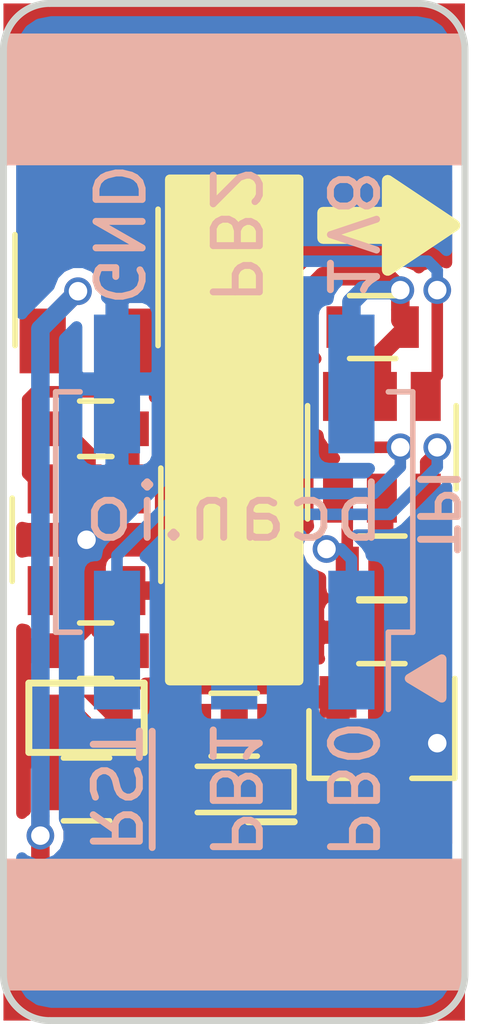
<source format=kicad_pcb>
(kicad_pcb (version 4) (host pcbnew 4.0.6)

  (general
    (links 34)
    (no_connects 6)
    (area 144.924999 88.924999 155.075001 111.075001)
    (thickness 1.6)
    (drawings 20)
    (tracks 126)
    (zones 0)
    (modules 16)
    (nets 15)
  )

  (page A4)
  (title_block
    (title "IR Beacon Board")
    (date 2017-04-28)
    (rev 2.0)
    (company "ECE 445")
  )

  (layers
    (0 F.Cu signal)
    (31 B.Cu signal)
    (32 B.Adhes user)
    (33 F.Adhes user)
    (34 B.Paste user)
    (35 F.Paste user)
    (36 B.SilkS user)
    (37 F.SilkS user)
    (38 B.Mask user)
    (39 F.Mask user)
    (40 Dwgs.User user)
    (41 Cmts.User user)
    (42 Eco1.User user)
    (43 Eco2.User user)
    (44 Edge.Cuts user)
    (45 Margin user)
    (46 B.CrtYd user)
    (47 F.CrtYd user)
    (48 B.Fab user hide)
    (49 F.Fab user hide)
  )

  (setup
    (last_trace_width 0.25)
    (trace_clearance 0.2)
    (zone_clearance 0.2)
    (zone_45_only yes)
    (trace_min 0.16)
    (segment_width 0.2)
    (edge_width 0.15)
    (via_size 0.6)
    (via_drill 0.4)
    (via_min_size 0.4)
    (via_min_drill 0.3)
    (uvia_size 0.3)
    (uvia_drill 0.1)
    (uvias_allowed no)
    (uvia_min_size 0.2)
    (uvia_min_drill 0.1)
    (pcb_text_width 0.3)
    (pcb_text_size 1.5 1.5)
    (mod_edge_width 0.15)
    (mod_text_size 1 1)
    (mod_text_width 0.15)
    (pad_size 3.5 10)
    (pad_drill 0)
    (pad_to_mask_clearance 0.2)
    (aux_axis_origin 0 0)
    (visible_elements FFFFFF7F)
    (pcbplotparams
      (layerselection 0x010f0_80000001)
      (usegerberextensions true)
      (excludeedgelayer true)
      (linewidth 0.100000)
      (plotframeref false)
      (viasonmask false)
      (mode 1)
      (useauxorigin false)
      (hpglpennumber 1)
      (hpglpenspeed 20)
      (hpglpendiameter 15)
      (hpglpenoverlay 2)
      (psnegative false)
      (psa4output false)
      (plotreference true)
      (plotvalue true)
      (plotinvisibletext false)
      (padsonsilk false)
      (subtractmaskfromsilk false)
      (outputformat 1)
      (mirror false)
      (drillshape 0)
      (scaleselection 1)
      (outputdirectory images))
  )

  (net 0 "")
  (net 1 GND)
  (net 2 "Net-(D1-Pad2)")
  (net 3 "Net-(D1-Pad1)")
  (net 4 "Net-(Q1-Pad1)")
  (net 5 /~RST)
  (net 6 "Net-(U2-Pad4)")
  (net 7 VCC)
  (net 8 /RAIL_L)
  (net 9 /RAIL_R)
  (net 10 +1V8)
  (net 11 /PB2)
  (net 12 /PB0)
  (net 13 /PB1)
  (net 14 "Net-(JP1-Pad1)")

  (net_class Default "This is the default net class."
    (clearance 0.2)
    (trace_width 0.25)
    (via_dia 0.6)
    (via_drill 0.4)
    (uvia_dia 0.3)
    (uvia_drill 0.1)
    (add_net /PB0)
    (add_net /PB1)
    (add_net /PB2)
    (add_net /~RST)
    (add_net "Net-(Q1-Pad1)")
    (add_net "Net-(U2-Pad4)")
  )

  (net_class Power ""
    (clearance 0.2)
    (trace_width 0.4)
    (via_dia 0.6)
    (via_drill 0.4)
    (uvia_dia 0.3)
    (uvia_drill 0.1)
    (add_net +1V8)
    (add_net /RAIL_L)
    (add_net /RAIL_R)
    (add_net GND)
    (add_net "Net-(D1-Pad1)")
    (add_net "Net-(D1-Pad2)")
    (add_net "Net-(JP1-Pad1)")
    (add_net VCC)
  )

  (net_class Tight ""
    (clearance 0.2)
    (trace_width 0.2)
    (via_dia 0.5)
    (via_drill 0.3)
    (uvia_dia 0.3)
    (uvia_drill 0.1)
  )

  (module Capacitors_SMD:C_0603 (layer F.Cu) (tedit 5902B607) (tstamp 58C5DD65)
    (at 147 103 180)
    (descr "Capacitor SMD 0603, reflow soldering, AVX (see smccp.pdf)")
    (tags "capacitor 0603")
    (path /59017DF4)
    (attr smd)
    (fp_text reference C2 (at 0 0 270) (layer F.SilkS) hide
      (effects (font (size 0.6 0.6) (thickness 0.1)))
    )
    (fp_text value 1u (at 0 1.5 180) (layer F.Fab)
      (effects (font (size 1 1) (thickness 0.15)))
    )
    (fp_text user %R (at 0 -1.5 180) (layer F.Fab)
      (effects (font (size 1 1) (thickness 0.15)))
    )
    (fp_line (start -0.8 0.4) (end -0.8 -0.4) (layer F.Fab) (width 0.1))
    (fp_line (start 0.8 0.4) (end -0.8 0.4) (layer F.Fab) (width 0.1))
    (fp_line (start 0.8 -0.4) (end 0.8 0.4) (layer F.Fab) (width 0.1))
    (fp_line (start -0.8 -0.4) (end 0.8 -0.4) (layer F.Fab) (width 0.1))
    (fp_line (start -0.35 -0.6) (end 0.35 -0.6) (layer F.SilkS) (width 0.12))
    (fp_line (start 0.35 0.6) (end -0.35 0.6) (layer F.SilkS) (width 0.12))
    (fp_line (start -1.4 -0.65) (end 1.4 -0.65) (layer F.CrtYd) (width 0.05))
    (fp_line (start -1.4 -0.65) (end -1.4 0.65) (layer F.CrtYd) (width 0.05))
    (fp_line (start 1.4 0.65) (end 1.4 -0.65) (layer F.CrtYd) (width 0.05))
    (fp_line (start 1.4 0.65) (end -1.4 0.65) (layer F.CrtYd) (width 0.05))
    (pad 1 smd rect (at -0.75 0 180) (size 0.8 0.75) (layers F.Cu F.Paste F.Mask)
      (net 10 +1V8))
    (pad 2 smd rect (at 0.75 0 180) (size 0.8 0.75) (layers F.Cu F.Paste F.Mask)
      (net 1 GND))
    (model Capacitors_SMD.3dshapes/C_0603.wrl
      (at (xyz 0 0 0))
      (scale (xyz 1 1 1))
      (rotate (xyz 0 0 0))
    )
  )

  (module Resistors_SMD:R_0603 (layer F.Cu) (tedit 5902B600) (tstamp 58C5DD79)
    (at 146.8 106)
    (descr "Resistor SMD 0603, reflow soldering, Vishay (see dcrcw.pdf)")
    (tags "resistor 0603")
    (path /5902BC3D)
    (attr smd)
    (fp_text reference R4 (at 0 0 90) (layer F.SilkS) hide
      (effects (font (size 0.6 0.6) (thickness 0.1)))
    )
    (fp_text value 47 (at 0 1.5) (layer F.Fab)
      (effects (font (size 1 1) (thickness 0.15)))
    )
    (fp_text user %R (at 0 -1.45) (layer F.Fab)
      (effects (font (size 1 1) (thickness 0.15)))
    )
    (fp_line (start -0.8 0.4) (end -0.8 -0.4) (layer F.Fab) (width 0.1))
    (fp_line (start 0.8 0.4) (end -0.8 0.4) (layer F.Fab) (width 0.1))
    (fp_line (start 0.8 -0.4) (end 0.8 0.4) (layer F.Fab) (width 0.1))
    (fp_line (start -0.8 -0.4) (end 0.8 -0.4) (layer F.Fab) (width 0.1))
    (fp_line (start 0.5 0.68) (end -0.5 0.68) (layer F.SilkS) (width 0.12))
    (fp_line (start -0.5 -0.68) (end 0.5 -0.68) (layer F.SilkS) (width 0.12))
    (fp_line (start -1.25 -0.7) (end 1.25 -0.7) (layer F.CrtYd) (width 0.05))
    (fp_line (start -1.25 -0.7) (end -1.25 0.7) (layer F.CrtYd) (width 0.05))
    (fp_line (start 1.25 0.7) (end 1.25 -0.7) (layer F.CrtYd) (width 0.05))
    (fp_line (start 1.25 0.7) (end -1.25 0.7) (layer F.CrtYd) (width 0.05))
    (pad 1 smd rect (at -0.75 0) (size 0.5 0.9) (layers F.Cu F.Paste F.Mask)
      (net 14 "Net-(JP1-Pad1)"))
    (pad 2 smd rect (at 0.75 0) (size 0.5 0.9) (layers F.Cu F.Paste F.Mask)
      (net 2 "Net-(D1-Pad2)"))
    (model Resistors_SMD.3dshapes/R_0603.wrl
      (at (xyz 0 0 0))
      (scale (xyz 1 1 1))
      (rotate (xyz 0 0 0))
    )
  )

  (module Resistors_SMD:R_0603 (layer F.Cu) (tedit 5902B60E) (tstamp 58C5DD7E)
    (at 150 104.6)
    (descr "Resistor SMD 0603, reflow soldering, Vishay (see dcrcw.pdf)")
    (tags "resistor 0603")
    (path /5902BB8D)
    (attr smd)
    (fp_text reference R5 (at 0 0 90) (layer F.SilkS) hide
      (effects (font (size 0.6 0.6) (thickness 0.1)))
    )
    (fp_text value R (at 0 1.5) (layer F.Fab)
      (effects (font (size 1 1) (thickness 0.15)))
    )
    (fp_text user %R (at 0 -1.45) (layer F.Fab)
      (effects (font (size 1 1) (thickness 0.15)))
    )
    (fp_line (start -0.8 0.4) (end -0.8 -0.4) (layer F.Fab) (width 0.1))
    (fp_line (start 0.8 0.4) (end -0.8 0.4) (layer F.Fab) (width 0.1))
    (fp_line (start 0.8 -0.4) (end 0.8 0.4) (layer F.Fab) (width 0.1))
    (fp_line (start -0.8 -0.4) (end 0.8 -0.4) (layer F.Fab) (width 0.1))
    (fp_line (start 0.5 0.68) (end -0.5 0.68) (layer F.SilkS) (width 0.12))
    (fp_line (start -0.5 -0.68) (end 0.5 -0.68) (layer F.SilkS) (width 0.12))
    (fp_line (start -1.25 -0.7) (end 1.25 -0.7) (layer F.CrtYd) (width 0.05))
    (fp_line (start -1.25 -0.7) (end -1.25 0.7) (layer F.CrtYd) (width 0.05))
    (fp_line (start 1.25 0.7) (end 1.25 -0.7) (layer F.CrtYd) (width 0.05))
    (fp_line (start 1.25 0.7) (end -1.25 0.7) (layer F.CrtYd) (width 0.05))
    (pad 1 smd rect (at -0.75 0) (size 0.5 0.9) (layers F.Cu F.Paste F.Mask)
      (net 2 "Net-(D1-Pad2)"))
    (pad 2 smd rect (at 0.75 0) (size 0.5 0.9) (layers F.Cu F.Paste F.Mask)
      (net 3 "Net-(D1-Pad1)"))
    (model Resistors_SMD.3dshapes/R_0603.wrl
      (at (xyz 0 0 0))
      (scale (xyz 1 1 1))
      (rotate (xyz 0 0 0))
    )
  )

  (module LEDs:LED_0603 (layer F.Cu) (tedit 58CB11E2) (tstamp 58AB3387)
    (at 150 106 180)
    (descr "LED 0603 smd package")
    (tags "LED led 0603 SMD smd SMT smt smdled SMDLED smtled SMTLED")
    (path /588C319B)
    (attr smd)
    (fp_text reference D1 (at 0 0 270) (layer F.SilkS) hide
      (effects (font (size 0.6 0.6) (thickness 0.1)))
    )
    (fp_text value IR (at 0 1.35 180) (layer F.Fab)
      (effects (font (size 1 1) (thickness 0.15)))
    )
    (fp_line (start -1.3 -0.5) (end -1.3 0.5) (layer F.SilkS) (width 0.12))
    (fp_line (start -0.2 -0.2) (end -0.2 0.2) (layer F.Fab) (width 0.1))
    (fp_line (start -0.15 0) (end 0.15 -0.2) (layer F.Fab) (width 0.1))
    (fp_line (start 0.15 0.2) (end -0.15 0) (layer F.Fab) (width 0.1))
    (fp_line (start 0.15 -0.2) (end 0.15 0.2) (layer F.Fab) (width 0.1))
    (fp_line (start 0.8 0.4) (end -0.8 0.4) (layer F.Fab) (width 0.1))
    (fp_line (start 0.8 -0.4) (end 0.8 0.4) (layer F.Fab) (width 0.1))
    (fp_line (start -0.8 -0.4) (end 0.8 -0.4) (layer F.Fab) (width 0.1))
    (fp_line (start -0.8 0.4) (end -0.8 -0.4) (layer F.Fab) (width 0.1))
    (fp_line (start -1.3 0.5) (end 0.8 0.5) (layer F.SilkS) (width 0.12))
    (fp_line (start -1.3 -0.5) (end 0.8 -0.5) (layer F.SilkS) (width 0.12))
    (fp_line (start 1.45 -0.65) (end 1.45 0.65) (layer F.CrtYd) (width 0.05))
    (fp_line (start 1.45 0.65) (end -1.45 0.65) (layer F.CrtYd) (width 0.05))
    (fp_line (start -1.45 0.65) (end -1.45 -0.65) (layer F.CrtYd) (width 0.05))
    (fp_line (start -1.45 -0.65) (end 1.45 -0.65) (layer F.CrtYd) (width 0.05))
    (pad 2 smd rect (at 0.8 0) (size 0.8 0.8) (layers F.Cu F.Paste F.Mask)
      (net 2 "Net-(D1-Pad2)"))
    (pad 1 smd rect (at -0.8 0) (size 0.8 0.8) (layers F.Cu F.Paste F.Mask)
      (net 3 "Net-(D1-Pad1)"))
    (model LEDs.3dshapes/LED_0603.wrl
      (at (xyz 0 0 0))
      (scale (xyz 1 1 1))
      (rotate (xyz 0 0 180))
    )
  )

  (module TO_SOT_Packages_SMD:SOT-143 (layer F.Cu) (tedit 5902B620) (tstamp 58AB338F)
    (at 146.8 95.2 270)
    (descr SOT-143)
    (tags SOT-143)
    (path /58916D19)
    (attr smd)
    (fp_text reference D2 (at 0.25 0 360) (layer F.SilkS) hide
      (effects (font (size 0.6 0.6) (thickness 0.1)))
    )
    (fp_text value BAS4002A (at -0.28 2.48 270) (layer F.Fab)
      (effects (font (size 1 1) (thickness 0.15)))
    )
    (fp_line (start -1.2 1.55) (end 1.2 1.55) (layer F.SilkS) (width 0.12))
    (fp_line (start 1.2 -1.55) (end -1.75 -1.55) (layer F.SilkS) (width 0.12))
    (fp_line (start -1.2 -1) (end -0.7 -1.5) (layer F.Fab) (width 0.1))
    (fp_line (start -0.7 -1.5) (end 1.2 -1.5) (layer F.Fab) (width 0.1))
    (fp_line (start -1.2 1.5) (end -1.2 -1) (layer F.Fab) (width 0.1))
    (fp_line (start 1.2 1.5) (end -1.2 1.5) (layer F.Fab) (width 0.1))
    (fp_line (start 1.2 -1.5) (end 1.2 1.5) (layer F.Fab) (width 0.1))
    (fp_line (start 2.05 -1.75) (end 2.05 1.75) (layer F.CrtYd) (width 0.05))
    (fp_line (start 2.05 -1.75) (end -2.05 -1.75) (layer F.CrtYd) (width 0.05))
    (fp_line (start -2.05 1.75) (end 2.05 1.75) (layer F.CrtYd) (width 0.05))
    (fp_line (start -2.05 1.75) (end -2.05 -1.75) (layer F.CrtYd) (width 0.05))
    (pad 1 smd rect (at -1.1 -0.77 180) (size 1.2 1.4) (layers F.Cu F.Paste F.Mask)
      (net 1 GND))
    (pad 2 smd rect (at -1.1 0.95 180) (size 1 1.4) (layers F.Cu F.Paste F.Mask)
      (net 8 /RAIL_L))
    (pad 3 smd rect (at 1.1 0.95 180) (size 1 1.4) (layers F.Cu F.Paste F.Mask)
      (net 9 /RAIL_R))
    (pad 4 smd rect (at 1.1 -0.95 180) (size 1 1.4) (layers F.Cu F.Paste F.Mask)
      (net 7 VCC))
    (model TO_SOT_Packages_SMD.3dshapes/SOT-143.wrl
      (at (xyz 0 -0 0))
      (scale (xyz 1 1 1))
      (rotate (xyz 0 0 90))
    )
  )

  (module TO_SOT_Packages_SMD:SOT-23 (layer F.Cu) (tedit 5902B639) (tstamp 58AB3396)
    (at 153.2 105 270)
    (descr "SOT-23, Standard")
    (tags SOT-23)
    (path /589435EC)
    (attr smd)
    (fp_text reference Q1 (at 0 0 360) (layer F.SilkS) hide
      (effects (font (size 0.6 0.6) (thickness 0.1)))
    )
    (fp_text value BSS138 (at 0 2.5 270) (layer F.Fab)
      (effects (font (size 1 1) (thickness 0.15)))
    )
    (fp_line (start -0.7 -0.95) (end -0.7 1.5) (layer F.Fab) (width 0.1))
    (fp_line (start -0.15 -1.52) (end 0.7 -1.52) (layer F.Fab) (width 0.1))
    (fp_line (start -0.7 -0.95) (end -0.15 -1.52) (layer F.Fab) (width 0.1))
    (fp_line (start 0.7 -1.52) (end 0.7 1.52) (layer F.Fab) (width 0.1))
    (fp_line (start -0.7 1.52) (end 0.7 1.52) (layer F.Fab) (width 0.1))
    (fp_line (start 0.76 1.58) (end 0.76 0.65) (layer F.SilkS) (width 0.12))
    (fp_line (start 0.76 -1.58) (end 0.76 -0.65) (layer F.SilkS) (width 0.12))
    (fp_line (start -1.7 -1.75) (end 1.7 -1.75) (layer F.CrtYd) (width 0.05))
    (fp_line (start 1.7 -1.75) (end 1.7 1.75) (layer F.CrtYd) (width 0.05))
    (fp_line (start 1.7 1.75) (end -1.7 1.75) (layer F.CrtYd) (width 0.05))
    (fp_line (start -1.7 1.75) (end -1.7 -1.75) (layer F.CrtYd) (width 0.05))
    (fp_line (start 0.76 -1.58) (end -1.4 -1.58) (layer F.SilkS) (width 0.12))
    (fp_line (start 0.76 1.58) (end -0.7 1.58) (layer F.SilkS) (width 0.12))
    (pad 1 smd rect (at -1 -0.95 270) (size 0.9 0.8) (layers F.Cu F.Paste F.Mask)
      (net 4 "Net-(Q1-Pad1)"))
    (pad 2 smd rect (at -1 0.95 270) (size 0.9 0.8) (layers F.Cu F.Paste F.Mask)
      (net 1 GND))
    (pad 3 smd rect (at 1 0 270) (size 0.9 0.8) (layers F.Cu F.Paste F.Mask)
      (net 3 "Net-(D1-Pad1)"))
    (model TO_SOT_Packages_SMD.3dshapes/SOT-23.wrl
      (at (xyz 0 0 0))
      (scale (xyz 1 1 1))
      (rotate (xyz 0 0 90))
    )
  )

  (module TO_SOT_Packages_SMD:SOT-23-5 (layer F.Cu) (tedit 5902B636) (tstamp 58AB33C9)
    (at 146.8 100.6 270)
    (descr "5-pin SOT23 package")
    (tags SOT-23-5)
    (path /58AB0B0D)
    (attr smd)
    (fp_text reference U2 (at 0 0 360) (layer F.SilkS) hide
      (effects (font (size 0.6 0.6) (thickness 0.1)))
    )
    (fp_text value MIC5225-1.8YM5 (at 0 2.9 270) (layer F.Fab)
      (effects (font (size 1 1) (thickness 0.15)))
    )
    (fp_line (start -0.9 1.61) (end 0.9 1.61) (layer F.SilkS) (width 0.12))
    (fp_line (start 0.9 -1.61) (end -1.55 -1.61) (layer F.SilkS) (width 0.12))
    (fp_line (start -1.9 -1.8) (end 1.9 -1.8) (layer F.CrtYd) (width 0.05))
    (fp_line (start 1.9 -1.8) (end 1.9 1.8) (layer F.CrtYd) (width 0.05))
    (fp_line (start 1.9 1.8) (end -1.9 1.8) (layer F.CrtYd) (width 0.05))
    (fp_line (start -1.9 1.8) (end -1.9 -1.8) (layer F.CrtYd) (width 0.05))
    (fp_line (start -0.9 -0.9) (end -0.25 -1.55) (layer F.Fab) (width 0.1))
    (fp_line (start 0.9 -1.55) (end -0.25 -1.55) (layer F.Fab) (width 0.1))
    (fp_line (start -0.9 -0.9) (end -0.9 1.55) (layer F.Fab) (width 0.1))
    (fp_line (start 0.9 1.55) (end -0.9 1.55) (layer F.Fab) (width 0.1))
    (fp_line (start 0.9 -1.55) (end 0.9 1.55) (layer F.Fab) (width 0.1))
    (pad 1 smd rect (at -1.1 -0.95 270) (size 1.06 0.65) (layers F.Cu F.Paste F.Mask)
      (net 7 VCC))
    (pad 2 smd rect (at -1.1 0 270) (size 1.06 0.65) (layers F.Cu F.Paste F.Mask)
      (net 1 GND))
    (pad 3 smd rect (at -1.1 0.95 270) (size 1.06 0.65) (layers F.Cu F.Paste F.Mask)
      (net 7 VCC))
    (pad 4 smd rect (at 1.1 0.95 270) (size 1.06 0.65) (layers F.Cu F.Paste F.Mask)
      (net 6 "Net-(U2-Pad4)"))
    (pad 5 smd rect (at 1.1 -0.95 270) (size 1.06 0.65) (layers F.Cu F.Paste F.Mask)
      (net 10 +1V8))
    (model TO_SOT_Packages_SMD.3dshapes/SOT-23-5.wrl
      (at (xyz 0 0 0))
      (scale (xyz 1 1 1))
      (rotate (xyz 0 0 0))
    )
  )

  (module Capacitors_SMD:C_0603 (layer F.Cu) (tedit 5902B618) (tstamp 58C5DD60)
    (at 147 98.2 180)
    (descr "Capacitor SMD 0603, reflow soldering, AVX (see smccp.pdf)")
    (tags "capacitor 0603")
    (path /59017D8B)
    (attr smd)
    (fp_text reference C1 (at 0 0 270) (layer F.SilkS) hide
      (effects (font (size 0.6 0.6) (thickness 0.1)))
    )
    (fp_text value 10u (at 0 1.5 180) (layer F.Fab)
      (effects (font (size 1 1) (thickness 0.15)))
    )
    (fp_text user %R (at 0 -1.5 180) (layer F.Fab)
      (effects (font (size 1 1) (thickness 0.15)))
    )
    (fp_line (start -0.8 0.4) (end -0.8 -0.4) (layer F.Fab) (width 0.1))
    (fp_line (start 0.8 0.4) (end -0.8 0.4) (layer F.Fab) (width 0.1))
    (fp_line (start 0.8 -0.4) (end 0.8 0.4) (layer F.Fab) (width 0.1))
    (fp_line (start -0.8 -0.4) (end 0.8 -0.4) (layer F.Fab) (width 0.1))
    (fp_line (start -0.35 -0.6) (end 0.35 -0.6) (layer F.SilkS) (width 0.12))
    (fp_line (start 0.35 0.6) (end -0.35 0.6) (layer F.SilkS) (width 0.12))
    (fp_line (start -1.4 -0.65) (end 1.4 -0.65) (layer F.CrtYd) (width 0.05))
    (fp_line (start -1.4 -0.65) (end -1.4 0.65) (layer F.CrtYd) (width 0.05))
    (fp_line (start 1.4 0.65) (end 1.4 -0.65) (layer F.CrtYd) (width 0.05))
    (fp_line (start 1.4 0.65) (end -1.4 0.65) (layer F.CrtYd) (width 0.05))
    (pad 1 smd rect (at -0.75 0 180) (size 0.8 0.75) (layers F.Cu F.Paste F.Mask)
      (net 7 VCC))
    (pad 2 smd rect (at 0.75 0 180) (size 0.8 0.75) (layers F.Cu F.Paste F.Mask)
      (net 1 GND))
    (model Capacitors_SMD.3dshapes/C_0603.wrl
      (at (xyz 0 0 0))
      (scale (xyz 1 1 1))
      (rotate (xyz 0 0 0))
    )
  )

  (module Resistors_SMD:R_0603 (layer F.Cu) (tedit 5902B61D) (tstamp 58C5DD6A)
    (at 153 96 180)
    (descr "Resistor SMD 0603, reflow soldering, Vishay (see dcrcw.pdf)")
    (tags "resistor 0603")
    (path /59018AF1)
    (attr smd)
    (fp_text reference R1 (at 0 0 270) (layer F.SilkS) hide
      (effects (font (size 0.6 0.6) (thickness 0.1)))
    )
    (fp_text value 10k (at 0 1.5 180) (layer F.Fab)
      (effects (font (size 1 1) (thickness 0.15)))
    )
    (fp_text user %R (at 0 -1.45 180) (layer F.Fab)
      (effects (font (size 1 1) (thickness 0.15)))
    )
    (fp_line (start -0.8 0.4) (end -0.8 -0.4) (layer F.Fab) (width 0.1))
    (fp_line (start 0.8 0.4) (end -0.8 0.4) (layer F.Fab) (width 0.1))
    (fp_line (start 0.8 -0.4) (end 0.8 0.4) (layer F.Fab) (width 0.1))
    (fp_line (start -0.8 -0.4) (end 0.8 -0.4) (layer F.Fab) (width 0.1))
    (fp_line (start 0.5 0.68) (end -0.5 0.68) (layer F.SilkS) (width 0.12))
    (fp_line (start -0.5 -0.68) (end 0.5 -0.68) (layer F.SilkS) (width 0.12))
    (fp_line (start -1.25 -0.7) (end 1.25 -0.7) (layer F.CrtYd) (width 0.05))
    (fp_line (start -1.25 -0.7) (end -1.25 0.7) (layer F.CrtYd) (width 0.05))
    (fp_line (start 1.25 0.7) (end 1.25 -0.7) (layer F.CrtYd) (width 0.05))
    (fp_line (start 1.25 0.7) (end -1.25 0.7) (layer F.CrtYd) (width 0.05))
    (pad 1 smd rect (at -0.75 0 180) (size 0.5 0.9) (layers F.Cu F.Paste F.Mask)
      (net 10 +1V8))
    (pad 2 smd rect (at 0.75 0 180) (size 0.5 0.9) (layers F.Cu F.Paste F.Mask)
      (net 5 /~RST))
    (model Resistors_SMD.3dshapes/R_0603.wrl
      (at (xyz 0 0 0))
      (scale (xyz 1 1 1))
      (rotate (xyz 0 0 0))
    )
  )

  (module Resistors_SMD:R_0603 (layer F.Cu) (tedit 5902B615) (tstamp 58C5DD6F)
    (at 153.2 101.2)
    (descr "Resistor SMD 0603, reflow soldering, Vishay (see dcrcw.pdf)")
    (tags "resistor 0603")
    (path /5902B9E8)
    (attr smd)
    (fp_text reference R2 (at 0 0 90) (layer F.SilkS) hide
      (effects (font (size 0.6 0.6) (thickness 0.1)))
    )
    (fp_text value 100 (at 0 1.5) (layer F.Fab)
      (effects (font (size 1 1) (thickness 0.15)))
    )
    (fp_text user %R (at 0 -1.45) (layer F.Fab)
      (effects (font (size 1 1) (thickness 0.15)))
    )
    (fp_line (start -0.8 0.4) (end -0.8 -0.4) (layer F.Fab) (width 0.1))
    (fp_line (start 0.8 0.4) (end -0.8 0.4) (layer F.Fab) (width 0.1))
    (fp_line (start 0.8 -0.4) (end 0.8 0.4) (layer F.Fab) (width 0.1))
    (fp_line (start -0.8 -0.4) (end 0.8 -0.4) (layer F.Fab) (width 0.1))
    (fp_line (start 0.5 0.68) (end -0.5 0.68) (layer F.SilkS) (width 0.12))
    (fp_line (start -0.5 -0.68) (end 0.5 -0.68) (layer F.SilkS) (width 0.12))
    (fp_line (start -1.25 -0.7) (end 1.25 -0.7) (layer F.CrtYd) (width 0.05))
    (fp_line (start -1.25 -0.7) (end -1.25 0.7) (layer F.CrtYd) (width 0.05))
    (fp_line (start 1.25 0.7) (end 1.25 -0.7) (layer F.CrtYd) (width 0.05))
    (fp_line (start 1.25 0.7) (end -1.25 0.7) (layer F.CrtYd) (width 0.05))
    (pad 1 smd rect (at -0.75 0) (size 0.5 0.9) (layers F.Cu F.Paste F.Mask)
      (net 12 /PB0))
    (pad 2 smd rect (at 0.75 0) (size 0.5 0.9) (layers F.Cu F.Paste F.Mask)
      (net 4 "Net-(Q1-Pad1)"))
    (model Resistors_SMD.3dshapes/R_0603.wrl
      (at (xyz 0 0 0))
      (scale (xyz 1 1 1))
      (rotate (xyz 0 0 0))
    )
  )

  (module Resistors_SMD:R_0603 (layer F.Cu) (tedit 5902B612) (tstamp 58C5DD74)
    (at 153.2 102.6 180)
    (descr "Resistor SMD 0603, reflow soldering, Vishay (see dcrcw.pdf)")
    (tags "resistor 0603")
    (path /5902B922)
    (attr smd)
    (fp_text reference R3 (at 0 0 270) (layer F.SilkS) hide
      (effects (font (size 0.6 0.6) (thickness 0.1)))
    )
    (fp_text value 10k (at 0 1.5 180) (layer F.Fab)
      (effects (font (size 1 1) (thickness 0.15)))
    )
    (fp_text user %R (at 0 -1.45 180) (layer F.Fab)
      (effects (font (size 1 1) (thickness 0.15)))
    )
    (fp_line (start -0.8 0.4) (end -0.8 -0.4) (layer F.Fab) (width 0.1))
    (fp_line (start 0.8 0.4) (end -0.8 0.4) (layer F.Fab) (width 0.1))
    (fp_line (start 0.8 -0.4) (end 0.8 0.4) (layer F.Fab) (width 0.1))
    (fp_line (start -0.8 -0.4) (end 0.8 -0.4) (layer F.Fab) (width 0.1))
    (fp_line (start 0.5 0.68) (end -0.5 0.68) (layer F.SilkS) (width 0.12))
    (fp_line (start -0.5 -0.68) (end 0.5 -0.68) (layer F.SilkS) (width 0.12))
    (fp_line (start -1.25 -0.7) (end 1.25 -0.7) (layer F.CrtYd) (width 0.05))
    (fp_line (start -1.25 -0.7) (end -1.25 0.7) (layer F.CrtYd) (width 0.05))
    (fp_line (start 1.25 0.7) (end 1.25 -0.7) (layer F.CrtYd) (width 0.05))
    (fp_line (start 1.25 0.7) (end -1.25 0.7) (layer F.CrtYd) (width 0.05))
    (pad 1 smd rect (at -0.75 0 180) (size 0.5 0.9) (layers F.Cu F.Paste F.Mask)
      (net 4 "Net-(Q1-Pad1)"))
    (pad 2 smd rect (at 0.75 0 180) (size 0.5 0.9) (layers F.Cu F.Paste F.Mask)
      (net 1 GND))
    (model Resistors_SMD.3dshapes/R_0603.wrl
      (at (xyz 0 0 0))
      (scale (xyz 1 1 1))
      (rotate (xyz 0 0 0))
    )
  )

  (module TO_SOT_Packages_SMD:SOT-23-6 (layer F.Cu) (tedit 5902B631) (tstamp 5902A844)
    (at 153.2 98.6 90)
    (descr "6-pin SOT-23 package")
    (tags SOT-23-6)
    (path /590190A0)
    (attr smd)
    (fp_text reference U1 (at 0 0 180) (layer F.SilkS) hide
      (effects (font (size 0.6 0.6) (thickness 0.1)))
    )
    (fp_text value ATTINY10-TS (at 0 2.9 90) (layer F.Fab)
      (effects (font (size 1 1) (thickness 0.15)))
    )
    (fp_text user %R (at 0 0 90) (layer F.Fab)
      (effects (font (size 0.5 0.5) (thickness 0.075)))
    )
    (fp_line (start -0.9 1.61) (end 0.9 1.61) (layer F.SilkS) (width 0.12))
    (fp_line (start 0.9 -1.61) (end -1.55 -1.61) (layer F.SilkS) (width 0.12))
    (fp_line (start 1.9 -1.8) (end -1.9 -1.8) (layer F.CrtYd) (width 0.05))
    (fp_line (start 1.9 1.8) (end 1.9 -1.8) (layer F.CrtYd) (width 0.05))
    (fp_line (start -1.9 1.8) (end 1.9 1.8) (layer F.CrtYd) (width 0.05))
    (fp_line (start -1.9 -1.8) (end -1.9 1.8) (layer F.CrtYd) (width 0.05))
    (fp_line (start -0.9 -0.9) (end -0.25 -1.55) (layer F.Fab) (width 0.1))
    (fp_line (start 0.9 -1.55) (end -0.25 -1.55) (layer F.Fab) (width 0.1))
    (fp_line (start -0.9 -0.9) (end -0.9 1.55) (layer F.Fab) (width 0.1))
    (fp_line (start 0.9 1.55) (end -0.9 1.55) (layer F.Fab) (width 0.1))
    (fp_line (start 0.9 -1.55) (end 0.9 1.55) (layer F.Fab) (width 0.1))
    (pad 1 smd rect (at -1.1 -0.95 90) (size 1.06 0.65) (layers F.Cu F.Paste F.Mask)
      (net 12 /PB0))
    (pad 2 smd rect (at -1.1 0 90) (size 1.06 0.65) (layers F.Cu F.Paste F.Mask)
      (net 1 GND))
    (pad 3 smd rect (at -1.1 0.95 90) (size 1.06 0.65) (layers F.Cu F.Paste F.Mask)
      (net 13 /PB1))
    (pad 4 smd rect (at 1.1 0.95 90) (size 1.06 0.65) (layers F.Cu F.Paste F.Mask)
      (net 11 /PB2))
    (pad 6 smd rect (at 1.1 -0.95 90) (size 1.06 0.65) (layers F.Cu F.Paste F.Mask)
      (net 5 /~RST))
    (pad 5 smd rect (at 1.1 0 90) (size 1.06 0.65) (layers F.Cu F.Paste F.Mask)
      (net 10 +1V8))
    (model ${KISYS3DMOD}/TO_SOT_Packages_SMD.3dshapes/SOT-23-6.wrl
      (at (xyz 0 0 0))
      (scale (xyz 1 1 1))
      (rotate (xyz 0 0 0))
    )
  )

  (module Pin_Headers:Pin_Header_Straight_2x03_Pitch2.54mm_SMD (layer B.Cu) (tedit 5902B409) (tstamp 5902B952)
    (at 150 100 90)
    (descr "surface-mounted straight pin header, 2x03, 2.54mm pitch, double rows")
    (tags "Surface mounted pin header SMD 2x03 2.54mm double row")
    (path /5902A7CD)
    (attr smd)
    (fp_text reference J3 (at 0 0 180) (layer B.SilkS) hide
      (effects (font (size 1 1) (thickness 0.15)) (justify mirror))
    )
    (fp_text value TPI (at 0 -4.87 90) (layer B.Fab)
      (effects (font (size 1 1) (thickness 0.15)) (justify mirror))
    )
    (fp_line (start -2.54 3.81) (end -2.54 -3.81) (layer B.Fab) (width 0.1))
    (fp_line (start -2.54 -3.81) (end 2.54 -3.81) (layer B.Fab) (width 0.1))
    (fp_line (start 2.54 -3.81) (end 2.54 3.81) (layer B.Fab) (width 0.1))
    (fp_line (start 2.54 3.81) (end -2.54 3.81) (layer B.Fab) (width 0.1))
    (fp_line (start -2.54 2.86) (end -2.54 2.22) (layer B.Fab) (width 0.1))
    (fp_line (start -2.54 2.22) (end -3.92 2.22) (layer B.Fab) (width 0.1))
    (fp_line (start -3.92 2.22) (end -3.92 2.86) (layer B.Fab) (width 0.1))
    (fp_line (start -3.92 2.86) (end -2.54 2.86) (layer B.Fab) (width 0.1))
    (fp_line (start 2.54 2.86) (end 2.54 2.22) (layer B.Fab) (width 0.1))
    (fp_line (start 2.54 2.22) (end 3.92 2.22) (layer B.Fab) (width 0.1))
    (fp_line (start 3.92 2.22) (end 3.92 2.86) (layer B.Fab) (width 0.1))
    (fp_line (start 3.92 2.86) (end 2.54 2.86) (layer B.Fab) (width 0.1))
    (fp_line (start -2.54 0.32) (end -2.54 -0.32) (layer B.Fab) (width 0.1))
    (fp_line (start -2.54 -0.32) (end -3.92 -0.32) (layer B.Fab) (width 0.1))
    (fp_line (start -3.92 -0.32) (end -3.92 0.32) (layer B.Fab) (width 0.1))
    (fp_line (start -3.92 0.32) (end -2.54 0.32) (layer B.Fab) (width 0.1))
    (fp_line (start 2.54 0.32) (end 2.54 -0.32) (layer B.Fab) (width 0.1))
    (fp_line (start 2.54 -0.32) (end 3.92 -0.32) (layer B.Fab) (width 0.1))
    (fp_line (start 3.92 -0.32) (end 3.92 0.32) (layer B.Fab) (width 0.1))
    (fp_line (start 3.92 0.32) (end 2.54 0.32) (layer B.Fab) (width 0.1))
    (fp_line (start -2.54 -2.22) (end -2.54 -2.86) (layer B.Fab) (width 0.1))
    (fp_line (start -2.54 -2.86) (end -3.92 -2.86) (layer B.Fab) (width 0.1))
    (fp_line (start -3.92 -2.86) (end -3.92 -2.22) (layer B.Fab) (width 0.1))
    (fp_line (start -3.92 -2.22) (end -2.54 -2.22) (layer B.Fab) (width 0.1))
    (fp_line (start 2.54 -2.22) (end 2.54 -2.86) (layer B.Fab) (width 0.1))
    (fp_line (start 2.54 -2.86) (end 3.92 -2.86) (layer B.Fab) (width 0.1))
    (fp_line (start 3.92 -2.86) (end 3.92 -2.22) (layer B.Fab) (width 0.1))
    (fp_line (start 3.92 -2.22) (end 2.54 -2.22) (layer B.Fab) (width 0.1))
    (fp_line (start -2.6 3.34) (end -2.6 3.87) (layer B.SilkS) (width 0.12))
    (fp_line (start -2.6 3.87) (end 2.6 3.87) (layer B.SilkS) (width 0.12))
    (fp_line (start 2.6 3.87) (end 2.6 3.34) (layer B.SilkS) (width 0.12))
    (fp_line (start -2.6 -3.34) (end -2.6 -3.87) (layer B.SilkS) (width 0.12))
    (fp_line (start -2.6 -3.87) (end 2.6 -3.87) (layer B.SilkS) (width 0.12))
    (fp_line (start 2.6 -3.87) (end 2.6 -3.34) (layer B.SilkS) (width 0.12))
    (fp_line (start -4.27 3.34) (end -2.6 3.34) (layer B.SilkS) (width 0.12))
    (fp_line (start -4.8 4.35) (end -4.8 -4.35) (layer B.CrtYd) (width 0.05))
    (fp_line (start -4.8 -4.35) (end 4.8 -4.35) (layer B.CrtYd) (width 0.05))
    (fp_line (start 4.8 -4.35) (end 4.8 4.35) (layer B.CrtYd) (width 0.05))
    (fp_line (start 4.8 4.35) (end -4.8 4.35) (layer B.CrtYd) (width 0.05))
    (fp_text user %R (at 0 4.87 90) (layer B.Fab)
      (effects (font (size 1 1) (thickness 0.15)) (justify mirror))
    )
    (pad 1 smd rect (at -2.77 2.54 90) (size 3 1) (layers B.Cu B.Paste B.Mask)
      (net 12 /PB0))
    (pad 2 smd rect (at 2.77 2.54 90) (size 3 1) (layers B.Cu B.Paste B.Mask)
      (net 10 +1V8))
    (pad 3 smd rect (at -2.77 0 90) (size 3 1) (layers B.Cu B.Paste B.Mask)
      (net 13 /PB1))
    (pad 4 smd rect (at 2.77 0 90) (size 3 1) (layers B.Cu B.Paste B.Mask)
      (net 11 /PB2))
    (pad 5 smd rect (at -2.77 -2.54 90) (size 3 1) (layers B.Cu B.Paste B.Mask)
      (net 5 /~RST))
    (pad 6 smd rect (at 2.77 -2.54 90) (size 3 1) (layers B.Cu B.Paste B.Mask)
      (net 1 GND))
    (model ${KISYS3DMOD}/Pin_Headers.3dshapes/Pin_Header_Straight_2x03_Pitch2.54mm_SMD.wrl
      (at (xyz 0 0 0))
      (scale (xyz 1 1 1))
      (rotate (xyz 0 0 0))
    )
  )

  (module bcan:Pad_Length10mm_Width3.5mm (layer F.Cu) (tedit 5902B5E5) (tstamp 5902BAD3)
    (at 150 109.25 90)
    (path /5901817D)
    (fp_text reference J2 (at 0 -5.75 90) (layer F.SilkS) hide
      (effects (font (size 1 1) (thickness 0.15)))
    )
    (fp_text value R (at 0 5.75 90) (layer F.Fab)
      (effects (font (size 1 1) (thickness 0.15)))
    )
    (pad 1 smd rect (at 0 0 90) (size 3.5 10) (layers F.Cu F.Mask)
      (net 9 /RAIL_R))
  )

  (module bcan:Pad_Length10mm_Width3.5mm (layer F.Cu) (tedit 5902B5E3) (tstamp 5902BACE)
    (at 150 90.75 90)
    (path /5901811B)
    (fp_text reference J1 (at 0 -5.75 90) (layer F.SilkS) hide
      (effects (font (size 1 1) (thickness 0.15)))
    )
    (fp_text value L (at 0 5.75 90) (layer F.Fab)
      (effects (font (size 1 1) (thickness 0.15)))
    )
    (pad 1 smd rect (at 0 0 90) (size 3.5 10) (layers F.Cu F.Mask)
      (net 8 /RAIL_L))
  )

  (module bcan:Solder_Jumper_NC_Small (layer F.Cu) (tedit 5908EB48) (tstamp 5908C9EE)
    (at 146.8 104.45)
    (path /5903146F)
    (fp_text reference JP1 (at 0 -1.5) (layer F.SilkS) hide
      (effects (font (size 1 1) (thickness 0.15)))
    )
    (fp_text value +1V8 (at 0 1.5) (layer F.Fab)
      (effects (font (size 1 1) (thickness 0.15)))
    )
    (fp_arc (start 0.5 0) (end 0.5 -0.5) (angle 180) (layer F.Fab) (width 0.15))
    (fp_arc (start -0.5 0) (end -0.5 0.5) (angle 180) (layer F.Fab) (width 0.15))
    (fp_line (start -0.25 0) (end 0.25 0) (layer F.Fab) (width 0.15))
    (fp_line (start 0.25 -0.5) (end 0.5 -0.5) (layer F.Fab) (width 0.15))
    (fp_line (start 0.25 0.5) (end 0.25 -0.5) (layer F.Fab) (width 0.15))
    (fp_line (start 0.5 0.5) (end 0.25 0.5) (layer F.Fab) (width 0.15))
    (fp_line (start -0.25 0.5) (end -0.5 0.5) (layer F.Fab) (width 0.15))
    (fp_line (start -0.25 -0.5) (end -0.25 0.5) (layer F.Fab) (width 0.15))
    (fp_line (start -0.5 -0.5) (end -0.25 -0.5) (layer F.Fab) (width 0.15))
    (fp_line (start -1.25 0.75) (end -1.25 -0.75) (layer F.CrtYd) (width 0.05))
    (fp_line (start 1.25 0.75) (end -1.25 0.75) (layer F.CrtYd) (width 0.05))
    (fp_line (start 1.25 -0.75) (end 1.25 0.75) (layer F.CrtYd) (width 0.05))
    (fp_line (start -1.25 -0.75) (end 1.25 -0.75) (layer F.CrtYd) (width 0.05))
    (fp_line (start -1.25 0.75) (end -1.25 -0.75) (layer F.SilkS) (width 0.15))
    (fp_line (start 1.25 0.75) (end -1.25 0.75) (layer F.SilkS) (width 0.15))
    (fp_line (start 1.25 -0.75) (end 1.25 0.75) (layer F.SilkS) (width 0.15))
    (fp_line (start -1.25 -0.75) (end 1.25 -0.75) (layer F.SilkS) (width 0.15))
    (pad 1 smd rect (at -0.75 0) (size 0.5 1) (layers F.Cu F.Paste)
      (net 14 "Net-(JP1-Pad1)"))
    (pad 2 smd rect (at 0.75 0) (size 0.5 1) (layers F.Cu F.Paste)
      (net 10 +1V8))
    (pad "" smd rect (at 0 0) (size 2 1) (layers F.Paste F.Mask))
    (pad 1 smd trapezoid (at -0.45 -0.25) (size 0.6 0.5) (rect_delta 0 0.5 ) (layers F.Cu F.Paste)
      (net 14 "Net-(JP1-Pad1)"))
    (pad 2 smd trapezoid (at 0.45 0.25) (size 0.6 0.5) (rect_delta 0 0.5 ) (layers F.Cu F.Paste)
      (net 10 +1V8))
    (pad 1 smd trapezoid (at -0.45 0.25 180) (size 0.6 0.5) (rect_delta 0 0.5 ) (layers F.Cu F.Paste)
      (net 14 "Net-(JP1-Pad1)"))
    (pad 2 smd trapezoid (at 0.45 -0.25 180) (size 0.6 0.5) (rect_delta 0 0.5 ) (layers F.Cu F.Paste)
      (net 10 +1V8))
  )

  (gr_text v2.0 (at 145.8 94 270) (layer B.Mask)
    (effects (font (size 0.8 0.8) (thickness 0.15)) (justify mirror))
  )
  (gr_arc (start 146 90) (end 145 90) (angle 90) (layer Edge.Cuts) (width 0.15))
  (gr_arc (start 146 110) (end 146 111) (angle 90) (layer Edge.Cuts) (width 0.15))
  (gr_arc (start 154 110) (end 155 110) (angle 90) (layer Edge.Cuts) (width 0.15))
  (gr_arc (start 154 90) (end 154 89) (angle 90) (layer Edge.Cuts) (width 0.15))
  (gr_text bcan.io (at 150 100) (layer B.SilkS)
    (effects (font (size 1.2 1.2) (thickness 0.15)) (justify mirror))
  )
  (gr_text TPI (at 154.4 100 270) (layer B.SilkS)
    (effects (font (size 0.8 0.8) (thickness 0.15)) (justify mirror))
  )
  (gr_text ~RST (at 147.4 106 270) (layer B.SilkS)
    (effects (font (size 1 1) (thickness 0.15)) (justify mirror))
  )
  (gr_text 1V8 (at 152.54 94 270) (layer B.SilkS)
    (effects (font (size 1 1) (thickness 0.15)) (justify mirror))
  )
  (gr_text GND (at 147.46 94 270) (layer B.SilkS)
    (effects (font (size 1 1) (thickness 0.15)) (justify mirror))
  )
  (gr_text PB2 (at 150 94 270) (layer B.SilkS)
    (effects (font (size 1 1) (thickness 0.15)) (justify mirror))
  )
  (gr_text PB1 (at 150 106 270) (layer B.SilkS)
    (effects (font (size 1 1) (thickness 0.15)) (justify mirror))
  )
  (gr_text PB0 (at 152.54 106 270) (layer B.SilkS)
    (effects (font (size 1 1) (thickness 0.15)) (justify mirror))
  )
  (gr_text LEFT (at 150 91.2) (layer B.Mask)
    (effects (font (size 2 2) (thickness 0.25)) (justify mirror))
  )
  (gr_text RIGHT (at 150 109) (layer B.Mask)
    (effects (font (size 2 2) (thickness 0.25)) (justify mirror))
  )
  (gr_line (start 150.3 106.7) (end 151.3 106.7) (layer F.SilkS) (width 0.15))
  (gr_line (start 154 111) (end 146 111) (layer Edge.Cuts) (width 0.15))
  (gr_line (start 146 89) (end 154 89) (layer Edge.Cuts) (width 0.15))
  (gr_line (start 145 110) (end 145 90) (layer Edge.Cuts) (width 0.15))
  (gr_line (start 155 90) (end 155 110) (layer Edge.Cuts) (width 0.15))

  (segment (start 146.25 103) (end 146.8 102.45) (width 0.4) (layer F.Cu) (net 1))
  (segment (start 146.8 102.45) (end 146.8 100.6) (width 0.4) (layer F.Cu) (net 1))
  (segment (start 152.25 104) (end 152.25 104.85) (width 0.4) (layer F.Cu) (net 1))
  (segment (start 152.4 105) (end 154.4 105) (width 0.4) (layer F.Cu) (net 1))
  (segment (start 152.25 104.85) (end 152.4 105) (width 0.4) (layer F.Cu) (net 1))
  (segment (start 153.2 99.7) (end 153.2 102.4) (width 0.4) (layer F.Cu) (net 1))
  (segment (start 153.2 102.4) (end 153 102.6) (width 0.4) (layer F.Cu) (net 1))
  (segment (start 153 102.6) (end 152.45 102.6) (width 0.4) (layer F.Cu) (net 1))
  (segment (start 154.4 105) (end 154.070001 104.670001) (width 0.4) (layer B.Cu) (net 1))
  (segment (start 154.070001 104.670001) (end 146.639999 104.670001) (width 0.4) (layer B.Cu) (net 1))
  (segment (start 146.639999 104.670001) (end 146.500001 104.530003) (width 0.4) (layer B.Cu) (net 1))
  (segment (start 146.500001 104.530003) (end 146.500001 100.899999) (width 0.4) (layer B.Cu) (net 1))
  (segment (start 146.500001 100.899999) (end 146.8 100.6) (width 0.4) (layer B.Cu) (net 1))
  (via (at 154.4 105) (size 0.6) (drill 0.4) (layers F.Cu B.Cu) (net 1))
  (segment (start 147.46 97.23) (end 147.46 99.94) (width 0.4) (layer B.Cu) (net 1))
  (segment (start 147.46 99.94) (end 146.8 100.6) (width 0.4) (layer B.Cu) (net 1))
  (via (at 146.8 100.6) (size 0.6) (drill 0.4) (layers F.Cu B.Cu) (net 1))
  (segment (start 146.8 99.5) (end 146.8 100.6) (width 0.4) (layer F.Cu) (net 1))
  (segment (start 147.57 94.1) (end 148.57 94.1) (width 0.4) (layer F.Cu) (net 1))
  (segment (start 148.57 94.1) (end 148.650001 94.180001) (width 0.4) (layer F.Cu) (net 1))
  (segment (start 148.650001 94.180001) (end 148.650001 100.349999) (width 0.4) (layer F.Cu) (net 1))
  (segment (start 148.650001 100.349999) (end 148.4 100.6) (width 0.4) (layer F.Cu) (net 1))
  (segment (start 148.4 100.6) (end 146.8 100.6) (width 0.4) (layer F.Cu) (net 1))
  (segment (start 146.25 98.2) (end 146.8 98.75) (width 0.4) (layer F.Cu) (net 1))
  (segment (start 146.8 98.75) (end 146.8 99.5) (width 0.4) (layer F.Cu) (net 1))
  (segment (start 152.45 102.6) (end 152.45 103.8) (width 0.4) (layer F.Cu) (net 1))
  (segment (start 152.45 103.8) (end 152.25 104) (width 0.4) (layer F.Cu) (net 1))
  (segment (start 147.55 106) (end 149.2 106) (width 0.4) (layer F.Cu) (net 2))
  (segment (start 149.2 106) (end 149.2 104.65) (width 0.4) (layer F.Cu) (net 2))
  (segment (start 149.2 104.65) (end 149.25 104.6) (width 0.4) (layer F.Cu) (net 2))
  (segment (start 150.8 106) (end 150.8 104.65) (width 0.4) (layer F.Cu) (net 3))
  (segment (start 150.8 104.65) (end 150.75 104.6) (width 0.4) (layer F.Cu) (net 3))
  (segment (start 153.2 106) (end 150.8 106) (width 0.4) (layer F.Cu) (net 3))
  (segment (start 153.95 102.6) (end 153.95 103.8) (width 0.25) (layer F.Cu) (net 4))
  (segment (start 153.95 103.8) (end 154.15 104) (width 0.25) (layer F.Cu) (net 4))
  (segment (start 153.95 101.2) (end 153.95 102.6) (width 0.25) (layer F.Cu) (net 4))
  (segment (start 147.46 102.77) (end 147.46 100.94) (width 0.25) (layer B.Cu) (net 5))
  (segment (start 147.46 100.94) (end 148.8 99.6) (width 0.25) (layer B.Cu) (net 5))
  (segment (start 148.8 99.6) (end 153.024264 99.6) (width 0.25) (layer B.Cu) (net 5))
  (segment (start 153.024264 99.6) (end 153.6 99.024264) (width 0.25) (layer B.Cu) (net 5))
  (segment (start 153.6 99.024264) (end 153.6 98.6) (width 0.25) (layer B.Cu) (net 5))
  (segment (start 153.175736 98.6) (end 153.6 98.6) (width 0.25) (layer F.Cu) (net 5))
  (segment (start 152.57 98.6) (end 153.175736 98.6) (width 0.25) (layer F.Cu) (net 5))
  (segment (start 152.25 97.5) (end 152.25 98.28) (width 0.25) (layer F.Cu) (net 5))
  (segment (start 152.25 98.28) (end 152.57 98.6) (width 0.25) (layer F.Cu) (net 5))
  (via (at 153.6 98.6) (size 0.6) (drill 0.4) (layers F.Cu B.Cu) (net 5))
  (segment (start 152.25 96) (end 152.25 97.5) (width 0.25) (layer F.Cu) (net 5))
  (segment (start 147.75 96.3) (end 147.75 97.4) (width 0.4) (layer F.Cu) (net 7))
  (segment (start 147.75 97.4) (end 147.75 98.2) (width 0.4) (layer F.Cu) (net 7))
  (segment (start 145.85 99.7) (end 145.85 99.495) (width 0.25) (layer F.Cu) (net 7))
  (segment (start 145.85 99.495) (end 145.524999 99.169999) (width 0.25) (layer F.Cu) (net 7))
  (segment (start 145.524999 99.169999) (end 145.524999 97.564999) (width 0.25) (layer F.Cu) (net 7))
  (segment (start 145.689998 97.4) (end 147.75 97.4) (width 0.25) (layer F.Cu) (net 7))
  (segment (start 145.524999 97.564999) (end 145.689998 97.4) (width 0.25) (layer F.Cu) (net 7))
  (segment (start 147.75 99.7) (end 147.75 98.2) (width 0.4) (layer F.Cu) (net 7))
  (segment (start 145.85 94.1) (end 145.85 92.35) (width 0.4) (layer F.Cu) (net 8))
  (segment (start 145.85 92.35) (end 147.45 90.75) (width 0.4) (layer F.Cu) (net 8))
  (segment (start 147.45 90.75) (end 150 90.75) (width 0.4) (layer F.Cu) (net 8))
  (segment (start 150 109.25) (end 147.45 109.25) (width 0.4) (layer F.Cu) (net 9))
  (segment (start 147.45 109.25) (end 145.8 107.6) (width 0.4) (layer F.Cu) (net 9))
  (segment (start 145.8 107.6) (end 145.8 107) (width 0.4) (layer F.Cu) (net 9))
  (segment (start 146.615 95.224) (end 145.8 96.039) (width 0.4) (layer B.Cu) (net 9))
  (segment (start 145.8 106.575736) (end 145.8 107) (width 0.4) (layer B.Cu) (net 9))
  (segment (start 145.8 96.039) (end 145.8 106.575736) (width 0.4) (layer B.Cu) (net 9))
  (via (at 145.8 107) (size 0.6) (drill 0.4) (layers F.Cu B.Cu) (net 9))
  (segment (start 145.8 106.8) (end 145.8 107) (width 0.4) (layer B.Cu) (net 9))
  (segment (start 145.85 96.3) (end 145.85 95.989) (width 0.4) (layer F.Cu) (net 9))
  (segment (start 145.85 95.989) (end 146.615 95.224) (width 0.4) (layer F.Cu) (net 9))
  (via (at 146.615 95.224) (size 0.6) (drill 0.4) (layers F.Cu B.Cu) (net 9))
  (segment (start 147.25 104.7) (end 147.3 104.7) (width 0.4) (layer F.Cu) (net 10))
  (segment (start 147.3 104.7) (end 147.55 104.45) (width 0.4) (layer F.Cu) (net 10))
  (segment (start 147.25 104.2) (end 147.3 104.2) (width 0.4) (layer F.Cu) (net 10))
  (segment (start 147.3 104.2) (end 147.55 104.45) (width 0.4) (layer F.Cu) (net 10))
  (segment (start 147.55 104.45) (end 147.55 103.2) (width 0.4) (layer F.Cu) (net 10))
  (segment (start 147.55 103.2) (end 147.75 103) (width 0.4) (layer F.Cu) (net 10))
  (segment (start 147.75 103) (end 147.75 101.7) (width 0.4) (layer F.Cu) (net 10))
  (segment (start 152.54 97.23) (end 152.54 95.46) (width 0.4) (layer B.Cu) (net 10))
  (segment (start 152.54 95.46) (end 152.8 95.2) (width 0.4) (layer B.Cu) (net 10))
  (segment (start 152.8 95.2) (end 153.6 95.2) (width 0.4) (layer B.Cu) (net 10))
  (segment (start 150 100.175) (end 150 96.829998) (width 0.4) (layer F.Cu) (net 10))
  (segment (start 150 96.829998) (end 151.929997 94.900001) (width 0.4) (layer F.Cu) (net 10))
  (segment (start 153.6 95.624264) (end 153.6 95.2) (width 0.4) (layer F.Cu) (net 10))
  (segment (start 148.475 101.7) (end 150 100.175) (width 0.4) (layer F.Cu) (net 10))
  (via (at 153.6 95.2) (size 0.6) (drill 0.4) (layers F.Cu B.Cu) (net 10))
  (segment (start 153.75 96) (end 153.6 95.85) (width 0.4) (layer F.Cu) (net 10))
  (segment (start 147.75 101.7) (end 148.475 101.7) (width 0.4) (layer F.Cu) (net 10))
  (segment (start 153.300001 94.900001) (end 153.6 95.2) (width 0.4) (layer F.Cu) (net 10))
  (segment (start 151.929997 94.900001) (end 153.300001 94.900001) (width 0.4) (layer F.Cu) (net 10))
  (segment (start 153.6 95.85) (end 153.6 95.624264) (width 0.4) (layer F.Cu) (net 10))
  (segment (start 153.75 96) (end 153.2 96.55) (width 0.4) (layer F.Cu) (net 10))
  (segment (start 153.2 96.55) (end 153.2 97.5) (width 0.4) (layer F.Cu) (net 10))
  (segment (start 150 97.23) (end 150 95.4) (width 0.25) (layer B.Cu) (net 11))
  (segment (start 150 95.4) (end 150.825002 94.574998) (width 0.25) (layer B.Cu) (net 11))
  (segment (start 150.825002 94.574998) (end 154.199262 94.574998) (width 0.25) (layer B.Cu) (net 11))
  (segment (start 154.199262 94.574998) (end 154.4 94.775736) (width 0.25) (layer B.Cu) (net 11))
  (segment (start 154.4 94.775736) (end 154.4 95.2) (width 0.25) (layer B.Cu) (net 11))
  (segment (start 154.15 97.5) (end 154.15 97.295) (width 0.25) (layer F.Cu) (net 11))
  (segment (start 154.15 97.295) (end 154.4 97.045) (width 0.25) (layer F.Cu) (net 11))
  (segment (start 154.4 97.045) (end 154.4 95.2) (width 0.25) (layer F.Cu) (net 11))
  (via (at 154.4 95.2) (size 0.6) (drill 0.4) (layers F.Cu B.Cu) (net 11))
  (segment (start 152.45 100.6) (end 152.45 100.75) (width 0.25) (layer F.Cu) (net 12))
  (segment (start 152.4 100.8) (end 152 100.8) (width 0.25) (layer F.Cu) (net 12))
  (segment (start 152.45 100.75) (end 152.4 100.8) (width 0.25) (layer F.Cu) (net 12))
  (segment (start 152.32 100.8) (end 152 100.8) (width 0.25) (layer B.Cu) (net 12))
  (segment (start 152.54 101.02) (end 152.32 100.8) (width 0.25) (layer B.Cu) (net 12))
  (segment (start 152.54 102.77) (end 152.54 101.02) (width 0.25) (layer B.Cu) (net 12))
  (via (at 152 100.8) (size 0.6) (drill 0.4) (layers F.Cu B.Cu) (net 12))
  (segment (start 152.45 101.2) (end 152.45 100.6) (width 0.25) (layer F.Cu) (net 12))
  (segment (start 152.45 100.6) (end 152.45 99.9) (width 0.25) (layer F.Cu) (net 12))
  (segment (start 152.45 99.9) (end 152.25 99.7) (width 0.25) (layer F.Cu) (net 12))
  (via (at 154.4 98.6) (size 0.6) (drill 0.4) (layers F.Cu B.Cu) (net 13))
  (segment (start 154.15 99.7) (end 154.15 98.92) (width 0.25) (layer F.Cu) (net 13))
  (segment (start 154.15 98.92) (end 154.4 98.67) (width 0.25) (layer F.Cu) (net 13))
  (segment (start 154.4 98.67) (end 154.4 98.6) (width 0.25) (layer F.Cu) (net 13))
  (segment (start 150 101.02) (end 150 102.77) (width 0.25) (layer B.Cu) (net 13))
  (segment (start 150 101) (end 150 101.02) (width 0.25) (layer B.Cu) (net 13))
  (segment (start 153.374253 100.050011) (end 150.949989 100.050011) (width 0.25) (layer B.Cu) (net 13))
  (segment (start 154.4 99.024264) (end 153.374253 100.050011) (width 0.25) (layer B.Cu) (net 13))
  (segment (start 150.949989 100.050011) (end 150 101) (width 0.25) (layer B.Cu) (net 13))
  (segment (start 154.4 98.6) (end 154.4 99.024264) (width 0.25) (layer B.Cu) (net 13))
  (segment (start 146.35 104.2) (end 146.3 104.2) (width 0.4) (layer F.Cu) (net 14))
  (segment (start 146.3 104.2) (end 146.05 104.45) (width 0.4) (layer F.Cu) (net 14))
  (segment (start 146.35 104.7) (end 146.3 104.7) (width 0.4) (layer F.Cu) (net 14))
  (segment (start 146.3 104.7) (end 146.05 104.45) (width 0.4) (layer F.Cu) (net 14))
  (segment (start 146.05 106) (end 146.05 104.45) (width 0.4) (layer F.Cu) (net 14))
  (segment (start 146.05 106) (end 146.05 106.05) (width 0.4) (layer F.Cu) (net 14))

  (zone (net 0) (net_name "") (layer F.SilkS) (tstamp 0) (hatch edge 0.508)
    (connect_pads (clearance 0.25))
    (min_thickness 0.25)
    (fill yes (arc_segments 16) (thermal_gap 0.5) (thermal_bridge_width 0.5))
    (polygon
      (pts
        (xy 155 93.8) (xy 153.2 95) (xy 153.2 94.2) (xy 151.8 94.2) (xy 151.8 93.4)
        (xy 153.2 93.4) (xy 153.2 92.6)
      )
    )
    (filled_polygon
      (pts
        (xy 154.774653 93.8) (xy 153.325 94.766435) (xy 153.325 94.2) (xy 153.315152 94.151368) (xy 153.287159 94.110399)
        (xy 153.245432 94.083549) (xy 153.2 94.075) (xy 151.925 94.075) (xy 151.925 93.525) (xy 153.2 93.525)
        (xy 153.248632 93.515152) (xy 153.289601 93.487159) (xy 153.316451 93.445432) (xy 153.325 93.4) (xy 153.325 92.833565)
      )
    )
  )
  (zone (net 1) (net_name GND) (layer F.Cu) (tstamp 0) (hatch edge 0.508)
    (connect_pads (clearance 0.2))
    (min_thickness 0.25)
    (fill yes (arc_segments 16) (thermal_gap 0.25) (thermal_bridge_width 0.5) (smoothing fillet) (radius 1))
    (polygon
      (pts
        (xy 145 89) (xy 155 89) (xy 155 111) (xy 145 111)
      )
    )
    (filled_polygon
      (pts
        (xy 151.668633 96.45) (xy 151.691295 96.570438) (xy 151.762474 96.681053) (xy 151.767995 96.684825) (xy 151.693947 96.732474)
        (xy 151.61974 96.84108) (xy 151.593633 96.97) (xy 151.593633 98.03) (xy 151.616295 98.150438) (xy 151.687474 98.261053)
        (xy 151.79608 98.33526) (xy 151.811618 98.338406) (xy 151.834254 98.452208) (xy 151.929665 98.595) (xy 151.931802 98.598198)
        (xy 152.172237 98.838633) (xy 151.925 98.838633) (xy 151.804562 98.861295) (xy 151.693947 98.932474) (xy 151.61974 99.04108)
        (xy 151.593633 99.17) (xy 151.593633 100.23) (xy 151.608293 100.307911) (xy 151.47046 100.445504) (xy 151.375109 100.675134)
        (xy 151.374892 100.923775) (xy 151.469842 101.153571) (xy 151.645504 101.32954) (xy 151.868633 101.422192) (xy 151.868633 101.65)
        (xy 151.891295 101.770438) (xy 151.953133 101.866537) (xy 151.88209 101.937579) (xy 151.825 102.075408) (xy 151.825 102.38125)
        (xy 151.91875 102.475) (xy 152.325 102.475) (xy 152.325 102.455) (xy 152.575 102.455) (xy 152.575 102.475)
        (xy 152.98125 102.475) (xy 153.075 102.38125) (xy 153.075 102.075408) (xy 153.01791 101.937579) (xy 152.945992 101.865662)
        (xy 153.00526 101.77892) (xy 153.031367 101.65) (xy 153.031367 100.75) (xy 153.008705 100.629562) (xy 152.988338 100.597912)
        (xy 153.075 100.51125) (xy 153.075 99.825) (xy 153.055 99.825) (xy 153.055 99.575) (xy 153.075 99.575)
        (xy 153.075 99.555) (xy 153.325 99.555) (xy 153.325 99.575) (xy 153.345 99.575) (xy 153.345 99.825)
        (xy 153.325 99.825) (xy 153.325 100.51125) (xy 153.411013 100.597263) (xy 153.39474 100.62108) (xy 153.368633 100.75)
        (xy 153.368633 101.65) (xy 153.391295 101.770438) (xy 153.462474 101.881053) (xy 153.489296 101.89938) (xy 153.468947 101.912474)
        (xy 153.39474 102.02108) (xy 153.368633 102.15) (xy 153.368633 103.05) (xy 153.391295 103.170438) (xy 153.462474 103.281053)
        (xy 153.5 103.306693) (xy 153.5 103.340204) (xy 153.44474 103.42108) (xy 153.418633 103.55) (xy 153.418633 104.45)
        (xy 153.441295 104.570438) (xy 153.512474 104.681053) (xy 153.62108 104.75526) (xy 153.75 104.781367) (xy 154.55 104.781367)
        (xy 154.6 104.771959) (xy 154.6 107.168633) (xy 146.406717 107.168633) (xy 146.424891 107.124866) (xy 146.425108 106.876225)
        (xy 146.379716 106.766367) (xy 146.420438 106.758705) (xy 146.531053 106.687526) (xy 146.60526 106.57892) (xy 146.631367 106.45)
        (xy 146.631367 105.55) (xy 146.608705 105.429562) (xy 146.575 105.377183) (xy 146.575 105.256054) (xy 146.7 105.281367)
        (xy 147.117289 105.281367) (xy 147.068947 105.312474) (xy 146.99474 105.42108) (xy 146.968633 105.55) (xy 146.968633 106.45)
        (xy 146.991295 106.570438) (xy 147.062474 106.681053) (xy 147.17108 106.75526) (xy 147.3 106.781367) (xy 147.8 106.781367)
        (xy 147.920438 106.758705) (xy 148.031053 106.687526) (xy 148.10526 106.57892) (xy 148.116179 106.525) (xy 148.494231 106.525)
        (xy 148.562474 106.631053) (xy 148.67108 106.70526) (xy 148.8 106.731367) (xy 149.6 106.731367) (xy 149.720438 106.708705)
        (xy 149.831053 106.637526) (xy 149.90526 106.52892) (xy 149.931367 106.4) (xy 149.931367 105.6) (xy 150.068633 105.6)
        (xy 150.068633 106.4) (xy 150.091295 106.520438) (xy 150.162474 106.631053) (xy 150.27108 106.70526) (xy 150.4 106.731367)
        (xy 151.2 106.731367) (xy 151.320438 106.708705) (xy 151.431053 106.637526) (xy 151.50526 106.52892) (xy 151.506054 106.525)
        (xy 152.482745 106.525) (xy 152.491295 106.570438) (xy 152.562474 106.681053) (xy 152.67108 106.75526) (xy 152.8 106.781367)
        (xy 153.6 106.781367) (xy 153.720438 106.758705) (xy 153.831053 106.687526) (xy 153.90526 106.57892) (xy 153.931367 106.45)
        (xy 153.931367 105.55) (xy 153.908705 105.429562) (xy 153.837526 105.318947) (xy 153.72892 105.24474) (xy 153.6 105.218633)
        (xy 152.8 105.218633) (xy 152.679562 105.241295) (xy 152.568947 105.312474) (xy 152.49474 105.42108) (xy 152.483821 105.475)
        (xy 151.505769 105.475) (xy 151.437526 105.368947) (xy 151.32892 105.29474) (xy 151.325 105.293946) (xy 151.325 105.081441)
        (xy 151.331367 105.05) (xy 151.331367 104.21875) (xy 151.475 104.21875) (xy 151.475 104.524592) (xy 151.53209 104.66242)
        (xy 151.637579 104.76791) (xy 151.775408 104.825) (xy 152.03125 104.825) (xy 152.125 104.73125) (xy 152.125 104.125)
        (xy 152.375 104.125) (xy 152.375 104.73125) (xy 152.46875 104.825) (xy 152.724592 104.825) (xy 152.862421 104.76791)
        (xy 152.96791 104.66242) (xy 153.025 104.524592) (xy 153.025 104.21875) (xy 152.93125 104.125) (xy 152.375 104.125)
        (xy 152.125 104.125) (xy 151.56875 104.125) (xy 151.475 104.21875) (xy 151.331367 104.21875) (xy 151.331367 104.15)
        (xy 151.308705 104.029562) (xy 151.237526 103.918947) (xy 151.12892 103.84474) (xy 151 103.818633) (xy 150.5 103.818633)
        (xy 150.379562 103.841295) (xy 150.268947 103.912474) (xy 150.19474 104.02108) (xy 150.168633 104.15) (xy 150.168633 105.05)
        (xy 150.191295 105.170438) (xy 150.262474 105.281053) (xy 150.275 105.289612) (xy 150.275 105.294231) (xy 150.168947 105.362474)
        (xy 150.09474 105.47108) (xy 150.068633 105.6) (xy 149.931367 105.6) (xy 149.908705 105.479562) (xy 149.837526 105.368947)
        (xy 149.72892 105.29474) (xy 149.725 105.293946) (xy 149.725 105.291421) (xy 149.731053 105.287526) (xy 149.80526 105.17892)
        (xy 149.831367 105.05) (xy 149.831367 104.15) (xy 149.808705 104.029562) (xy 149.737526 103.918947) (xy 149.62892 103.84474)
        (xy 149.5 103.818633) (xy 149 103.818633) (xy 148.879562 103.841295) (xy 148.768947 103.912474) (xy 148.69474 104.02108)
        (xy 148.668633 104.15) (xy 148.668633 105.05) (xy 148.675 105.083838) (xy 148.675 105.294231) (xy 148.568947 105.362474)
        (xy 148.49474 105.47108) (xy 148.493946 105.475) (xy 148.117255 105.475) (xy 148.108705 105.429562) (xy 148.037526 105.318947)
        (xy 147.935332 105.249121) (xy 147.973856 105.224332) (xy 148.027749 105.190696) (xy 148.029092 105.188788) (xy 148.031053 105.187526)
        (xy 148.066887 105.13508) (xy 148.10345 105.083125) (xy 148.103945 105.080845) (xy 148.10526 105.07892) (xy 148.117869 105.016653)
        (xy 148.131335 104.954578) (xy 148.130904 104.952287) (xy 148.131367 104.95) (xy 148.131367 103.95) (xy 148.108705 103.829562)
        (xy 148.075 103.777183) (xy 148.075 103.706367) (xy 148.15 103.706367) (xy 148.270438 103.683705) (xy 148.381053 103.612526)
        (xy 148.45526 103.50392) (xy 148.461033 103.475408) (xy 151.475 103.475408) (xy 151.475 103.78125) (xy 151.56875 103.875)
        (xy 152.125 103.875) (xy 152.125 103.855) (xy 152.375 103.855) (xy 152.375 103.875) (xy 152.93125 103.875)
        (xy 153.025 103.78125) (xy 153.025 103.475408) (xy 152.96791 103.33758) (xy 152.95533 103.325) (xy 153.01791 103.262421)
        (xy 153.075 103.124592) (xy 153.075 102.81875) (xy 152.98125 102.725) (xy 152.575 102.725) (xy 152.575 102.745)
        (xy 152.325 102.745) (xy 152.325 102.725) (xy 151.91875 102.725) (xy 151.825 102.81875) (xy 151.825 103.124592)
        (xy 151.845879 103.175) (xy 151.775408 103.175) (xy 151.637579 103.23209) (xy 151.53209 103.33758) (xy 151.475 103.475408)
        (xy 148.461033 103.475408) (xy 148.481367 103.375) (xy 148.481367 102.625) (xy 148.458705 102.504562) (xy 148.387526 102.393947)
        (xy 148.366257 102.379414) (xy 148.38026 102.35892) (xy 148.406367 102.23) (xy 148.406367 102.225) (xy 148.475 102.225)
        (xy 148.675909 102.185037) (xy 148.846231 102.071231) (xy 150.371231 100.546231) (xy 150.485037 100.375909) (xy 150.525 100.175)
        (xy 150.525 97.04746) (xy 151.668633 95.903827)
      )
    )
    (filled_polygon
      (pts
        (xy 145.475 102.551242) (xy 145.475 102.78125) (xy 145.56875 102.875) (xy 146.125 102.875) (xy 146.125 102.855)
        (xy 146.375 102.855) (xy 146.375 102.875) (xy 146.395 102.875) (xy 146.395 103.125) (xy 146.375 103.125)
        (xy 146.375 103.145) (xy 146.125 103.145) (xy 146.125 103.125) (xy 145.56875 103.125) (xy 145.475 103.21875)
        (xy 145.475 103.449592) (xy 145.53209 103.587421) (xy 145.622612 103.677942) (xy 145.568947 103.712474) (xy 145.49474 103.82108)
        (xy 145.468633 103.95) (xy 145.468633 104.95) (xy 145.491295 105.070438) (xy 145.525 105.122817) (xy 145.525 105.376793)
        (xy 145.49474 105.42108) (xy 145.468633 105.55) (xy 145.468633 106.45) (xy 145.470495 106.459898) (xy 145.446429 106.469842)
        (xy 145.4 106.51619) (xy 145.4 102.536054)
      )
    )
    (filled_polygon
      (pts
        (xy 154.6 94.606307) (xy 154.524866 94.575109) (xy 154.276225 94.574892) (xy 154.046429 94.669842) (xy 154.000073 94.716117)
        (xy 153.954496 94.67046) (xy 153.724866 94.575109) (xy 153.717565 94.575103) (xy 153.671232 94.52877) (xy 153.50091 94.414964)
        (xy 153.300001 94.375001) (xy 151.929997 94.375001) (xy 151.729088 94.414964) (xy 151.558766 94.52877) (xy 149.628769 96.458767)
        (xy 149.514963 96.629089) (xy 149.475 96.829998) (xy 149.475 99.957538) (xy 148.38342 101.049118) (xy 148.312526 100.938947)
        (xy 148.20392 100.86474) (xy 148.075 100.838633) (xy 147.425 100.838633) (xy 147.304562 100.861295) (xy 147.193947 100.932474)
        (xy 147.11974 101.04108) (xy 147.093633 101.17) (xy 147.093633 102.23) (xy 147.116295 102.350438) (xy 147.133925 102.377836)
        (xy 147.118947 102.387474) (xy 147.04474 102.49608) (xy 147.025 102.593559) (xy 147.025 102.550408) (xy 146.96791 102.412579)
        (xy 146.86242 102.30709) (xy 146.724592 102.25) (xy 146.502317 102.25) (xy 146.506367 102.23) (xy 146.506367 101.17)
        (xy 146.483705 101.049562) (xy 146.412526 100.938947) (xy 146.30392 100.86474) (xy 146.175 100.838633) (xy 145.525 100.838633)
        (xy 145.404562 100.861295) (xy 145.4 100.864231) (xy 145.4 100.336054) (xy 145.525 100.361367) (xy 146.175 100.361367)
        (xy 146.260035 100.345366) (xy 146.262579 100.34791) (xy 146.400408 100.405) (xy 146.58125 100.405) (xy 146.675 100.31125)
        (xy 146.675 99.625) (xy 146.655 99.625) (xy 146.655 99.375) (xy 146.675 99.375) (xy 146.675 99.355)
        (xy 146.925 99.355) (xy 146.925 99.375) (xy 146.945 99.375) (xy 146.945 99.625) (xy 146.925 99.625)
        (xy 146.925 100.31125) (xy 147.01875 100.405) (xy 147.199592 100.405) (xy 147.337421 100.34791) (xy 147.340979 100.344352)
        (xy 147.425 100.361367) (xy 148.075 100.361367) (xy 148.195438 100.338705) (xy 148.306053 100.267526) (xy 148.38026 100.15892)
        (xy 148.406367 100.03) (xy 148.406367 98.97) (xy 148.383705 98.849562) (xy 148.366075 98.822164) (xy 148.381053 98.812526)
        (xy 148.45526 98.70392) (xy 148.481367 98.575) (xy 148.481367 97.825) (xy 148.458705 97.704562) (xy 148.387526 97.593947)
        (xy 148.27892 97.51974) (xy 148.275 97.518946) (xy 148.275 97.326663) (xy 148.370438 97.308705) (xy 148.481053 97.237526)
        (xy 148.55526 97.12892) (xy 148.581367 97) (xy 148.581367 95.6) (xy 148.558705 95.479562) (xy 148.487526 95.368947)
        (xy 148.37892 95.29474) (xy 148.25 95.268633) (xy 147.25 95.268633) (xy 147.239959 95.270522) (xy 147.240043 95.175)
        (xy 147.35125 95.175) (xy 147.445 95.08125) (xy 147.445 94.225) (xy 147.695 94.225) (xy 147.695 95.08125)
        (xy 147.78875 95.175) (xy 148.244592 95.175) (xy 148.38242 95.11791) (xy 148.48791 95.012421) (xy 148.545 94.874592)
        (xy 148.545 94.31875) (xy 148.45125 94.225) (xy 147.695 94.225) (xy 147.445 94.225) (xy 147.425 94.225)
        (xy 147.425 93.975) (xy 147.445 93.975) (xy 147.445 93.11875) (xy 147.695 93.11875) (xy 147.695 93.975)
        (xy 148.45125 93.975) (xy 148.545 93.88125) (xy 148.545 93.325408) (xy 148.48791 93.187579) (xy 148.38242 93.08209)
        (xy 148.244592 93.025) (xy 147.78875 93.025) (xy 147.695 93.11875) (xy 147.445 93.11875) (xy 147.35125 93.025)
        (xy 146.895408 93.025) (xy 146.75758 93.08209) (xy 146.65209 93.187579) (xy 146.631501 93.237286) (xy 146.587526 93.168947)
        (xy 146.47892 93.09474) (xy 146.375 93.073696) (xy 146.375 92.831367) (xy 154.6 92.831367)
      )
    )
    (filled_polygon
      (pts
        (xy 146.375 98.075) (xy 146.395 98.075) (xy 146.395 98.325) (xy 146.375 98.325) (xy 146.375 98.345)
        (xy 146.125 98.345) (xy 146.125 98.325) (xy 146.105 98.325) (xy 146.105 98.075) (xy 146.125 98.075)
        (xy 146.125 98.055) (xy 146.375 98.055)
      )
    )
  )
  (zone (net 1) (net_name GND) (layer B.Cu) (tstamp 5902CE9A) (hatch edge 0.508)
    (connect_pads (clearance 0.2))
    (min_thickness 0.25)
    (fill yes (arc_segments 16) (thermal_gap 0.25) (thermal_bridge_width 0.5) (smoothing fillet) (radius 1))
    (polygon
      (pts
        (xy 145 89) (xy 155 89) (xy 155 111) (xy 145 111)
      )
    )
    (filled_polygon
      (pts
        (xy 154.22661 89.452912) (xy 154.418723 89.581277) (xy 154.547088 89.77339) (xy 154.6 90.039396) (xy 154.6 94.33934)
        (xy 154.51746 94.2568) (xy 154.37147 94.159252) (xy 154.199262 94.124998) (xy 150.825002 94.124998) (xy 150.652794 94.159252)
        (xy 150.506804 94.2568) (xy 149.681802 95.081802) (xy 149.584254 95.227792) (xy 149.550272 95.398633) (xy 149.5 95.398633)
        (xy 149.379562 95.421295) (xy 149.268947 95.492474) (xy 149.19474 95.60108) (xy 149.168633 95.73) (xy 149.168633 98.73)
        (xy 149.191295 98.850438) (xy 149.262474 98.961053) (xy 149.37108 99.03526) (xy 149.5 99.061367) (xy 150.5 99.061367)
        (xy 150.620438 99.038705) (xy 150.731053 98.967526) (xy 150.80526 98.85892) (xy 150.831367 98.73) (xy 150.831367 95.73)
        (xy 150.808705 95.609562) (xy 150.737526 95.498947) (xy 150.62892 95.42474) (xy 150.614563 95.421833) (xy 151.011398 95.024998)
        (xy 152.23254 95.024998) (xy 152.168769 95.088769) (xy 152.054963 95.259091) (xy 152.026709 95.401134) (xy 151.919562 95.421295)
        (xy 151.808947 95.492474) (xy 151.73474 95.60108) (xy 151.708633 95.73) (xy 151.708633 98.73) (xy 151.731295 98.850438)
        (xy 151.802474 98.961053) (xy 151.91108 99.03526) (xy 152.04 99.061367) (xy 152.926501 99.061367) (xy 152.837868 99.15)
        (xy 148.8 99.15) (xy 148.627792 99.184254) (xy 148.481802 99.281802) (xy 147.141802 100.621802) (xy 147.044254 100.767792)
        (xy 147.010272 100.938633) (xy 146.96 100.938633) (xy 146.839562 100.961295) (xy 146.728947 101.032474) (xy 146.65474 101.14108)
        (xy 146.628633 101.27) (xy 146.628633 104.27) (xy 146.651295 104.390438) (xy 146.722474 104.501053) (xy 146.83108 104.57526)
        (xy 146.96 104.601367) (xy 147.96 104.601367) (xy 148.080438 104.578705) (xy 148.191053 104.507526) (xy 148.26526 104.39892)
        (xy 148.291367 104.27) (xy 148.291367 101.27) (xy 148.268705 101.149562) (xy 148.197526 101.038947) (xy 148.08892 100.96474)
        (xy 148.074563 100.961833) (xy 148.986396 100.05) (xy 150.313604 100.05) (xy 149.681802 100.681802) (xy 149.584254 100.827792)
        (xy 149.562207 100.938633) (xy 149.5 100.938633) (xy 149.379562 100.961295) (xy 149.268947 101.032474) (xy 149.19474 101.14108)
        (xy 149.168633 101.27) (xy 149.168633 104.27) (xy 149.191295 104.390438) (xy 149.262474 104.501053) (xy 149.37108 104.57526)
        (xy 149.5 104.601367) (xy 150.5 104.601367) (xy 150.620438 104.578705) (xy 150.731053 104.507526) (xy 150.80526 104.39892)
        (xy 150.831367 104.27) (xy 150.831367 101.27) (xy 150.808705 101.149562) (xy 150.737526 101.038947) (xy 150.654309 100.982087)
        (xy 151.136385 100.500011) (xy 151.447827 100.500011) (xy 151.375109 100.675134) (xy 151.374892 100.923775) (xy 151.469842 101.153571)
        (xy 151.645504 101.32954) (xy 151.708633 101.355754) (xy 151.708633 104.27) (xy 151.731295 104.390438) (xy 151.802474 104.501053)
        (xy 151.91108 104.57526) (xy 152.04 104.601367) (xy 153.04 104.601367) (xy 153.160438 104.578705) (xy 153.271053 104.507526)
        (xy 153.34526 104.39892) (xy 153.371367 104.27) (xy 153.371367 101.27) (xy 153.348705 101.149562) (xy 153.277526 101.038947)
        (xy 153.16892 100.96474) (xy 153.04 100.938633) (xy 152.973815 100.938633) (xy 152.955746 100.847792) (xy 152.858198 100.701802)
        (xy 152.656407 100.500011) (xy 153.374253 100.500011) (xy 153.546461 100.465757) (xy 153.692451 100.368209) (xy 154.6 99.46066)
        (xy 154.6 109.960604) (xy 154.547088 110.22661) (xy 154.418723 110.418723) (xy 154.22661 110.547088) (xy 153.960604 110.6)
        (xy 146.039396 110.6) (xy 145.77339 110.547088) (xy 145.581277 110.418723) (xy 145.452912 110.22661) (xy 145.4 109.960604)
        (xy 145.4 107.483956) (xy 145.445504 107.52954) (xy 145.675134 107.624891) (xy 145.923775 107.625108) (xy 146.153571 107.530158)
        (xy 146.32954 107.354496) (xy 146.424891 107.124866) (xy 146.425108 106.876225) (xy 146.330158 106.646429) (xy 146.325 106.641262)
        (xy 146.325 97.44875) (xy 146.585 97.44875) (xy 146.585 98.804592) (xy 146.64209 98.94242) (xy 146.747579 99.04791)
        (xy 146.885408 99.105) (xy 147.24125 99.105) (xy 147.335 99.01125) (xy 147.335 97.355) (xy 147.585 97.355)
        (xy 147.585 99.01125) (xy 147.67875 99.105) (xy 148.034592 99.105) (xy 148.172421 99.04791) (xy 148.27791 98.94242)
        (xy 148.335 98.804592) (xy 148.335 97.44875) (xy 148.24125 97.355) (xy 147.585 97.355) (xy 147.335 97.355)
        (xy 146.67875 97.355) (xy 146.585 97.44875) (xy 146.325 97.44875) (xy 146.325 96.256462) (xy 146.585 95.996462)
        (xy 146.585 97.01125) (xy 146.67875 97.105) (xy 147.335 97.105) (xy 147.335 95.44875) (xy 147.585 95.44875)
        (xy 147.585 97.105) (xy 148.24125 97.105) (xy 148.335 97.01125) (xy 148.335 95.655408) (xy 148.27791 95.51758)
        (xy 148.172421 95.41209) (xy 148.034592 95.355) (xy 147.67875 95.355) (xy 147.585 95.44875) (xy 147.335 95.44875)
        (xy 147.24125 95.355) (xy 147.237344 95.355) (xy 147.239891 95.348866) (xy 147.240108 95.100225) (xy 147.145158 94.870429)
        (xy 146.969496 94.69446) (xy 146.739866 94.599109) (xy 146.491225 94.598892) (xy 146.261429 94.693842) (xy 146.08546 94.869504)
        (xy 145.990109 95.099134) (xy 145.990103 95.106435) (xy 145.428769 95.667769) (xy 145.4 95.710825) (xy 145.4 90.039396)
        (xy 145.452912 89.77339) (xy 145.581277 89.581277) (xy 145.77339 89.452912) (xy 146.039396 89.4) (xy 153.960604 89.4)
      )
    )
  )
  (zone (net 0) (net_name "") (layer B.SilkS) (tstamp 0) (hatch edge 0.508)
    (connect_pads (clearance 0.2))
    (min_thickness 0.2)
    (fill yes (arc_segments 16) (thermal_gap 0.5) (thermal_bridge_width 0.5))
    (polygon
      (pts
        (xy 153.6 103.6) (xy 154.6 103) (xy 154.6 104.2)
      )
    )
    (filled_polygon
      (pts
        (xy 154.5 104.023381) (xy 153.794365 103.6) (xy 154.5 103.176619)
      )
    )
  )
  (zone (net 0) (net_name "") (layer F.SilkS) (tstamp 0) (hatch edge 0.508)
    (connect_pads (clearance 0.2))
    (min_thickness 0.2)
    (fill yes (arc_segments 16) (thermal_gap 0.5) (thermal_bridge_width 0.5))
    (polygon
      (pts
        (xy 148.5 92.7) (xy 151.5 92.7) (xy 151.5 103.75) (xy 148.5 103.75)
      )
    )
    (filled_polygon
      (pts
        (xy 151.4 103.65) (xy 148.6 103.65) (xy 148.6 92.8) (xy 151.4 92.8)
      )
    )
  )
  (zone (net 0) (net_name "") (layer B.SilkS) (tstamp 0) (hatch edge 0.508)
    (connect_pads (clearance 0.2))
    (min_thickness 0.2)
    (fill yes (arc_segments 16) (thermal_gap 0.5) (thermal_bridge_width 0.5))
    (polygon
      (pts
        (xy 145 107.5) (xy 155 107.5) (xy 155 110.35) (xy 145 110.35)
      )
    )
    (filled_polygon
      (pts
        (xy 154.9 110.25) (xy 145.1 110.25) (xy 145.1 107.6) (xy 154.9 107.6)
      )
    )
  )
  (zone (net 0) (net_name "") (layer B.SilkS) (tstamp 0) (hatch edge 0.508)
    (connect_pads (clearance 0.2))
    (min_thickness 0.2)
    (fill yes (arc_segments 16) (thermal_gap 0.5) (thermal_bridge_width 0.5))
    (polygon
      (pts
        (xy 145 89.65) (xy 155 89.65) (xy 155 92.5) (xy 145 92.5)
      )
    )
    (filled_polygon
      (pts
        (xy 154.9 92.4) (xy 145.1 92.4) (xy 145.1 89.75) (xy 154.9 89.75)
      )
    )
  )
)

</source>
